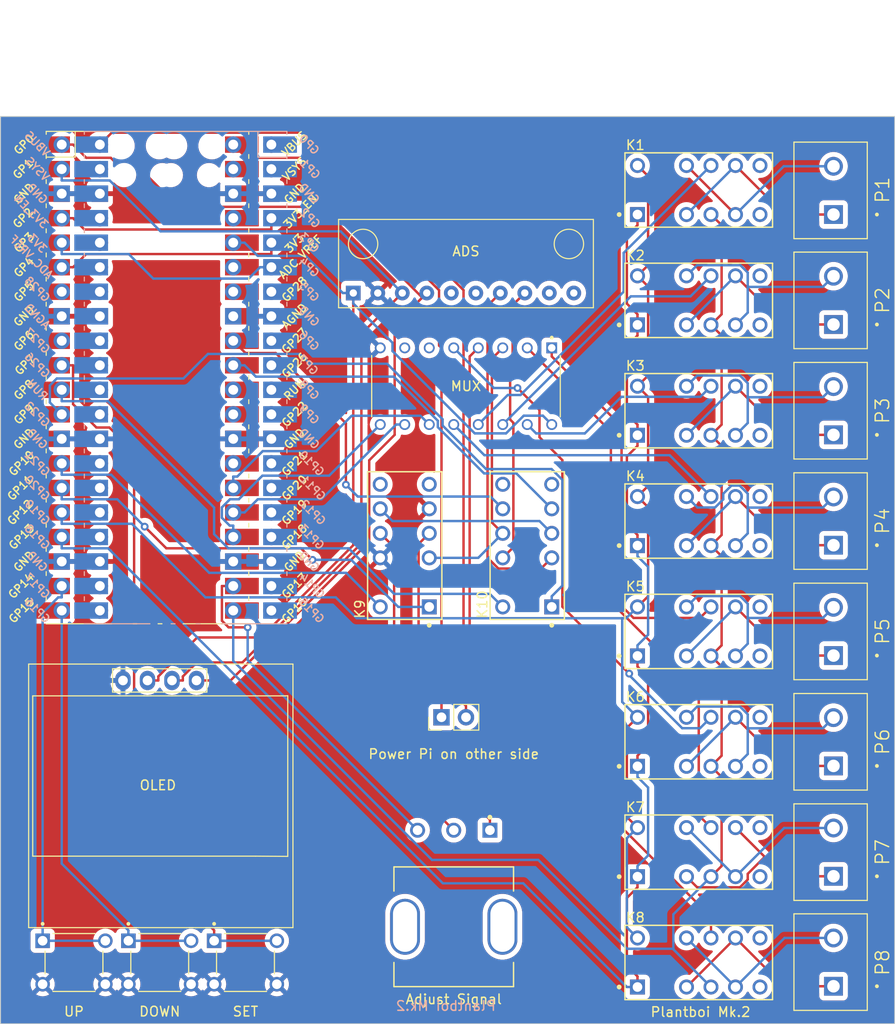
<source format=kicad_pcb>
(kicad_pcb (version 20221018) (generator pcbnew)
  (layers (0 "F.Cu" signal) (31 "B.Cu" signal) (34 "B.Paste" user) (35 "F.Paste" user) (36 "B.SilkS" user "B.Silkscreen") (37 "F.SilkS" user "F.Silkscreen") (38 "B.Mask" user) (39 "F.Mask" user) (44 "Edge.Cuts" user))
  (net 0 "")
  (net 1 "/3V")
  (net 2 "/GND")
  (net 3 "/SCL")
  (net 4 "/SDA")
  (net 7 "Net-(A1-A0)")
  (net 8 "Net-(A1-A1)")
  (net 9 "Net-(J1-Pad1)")
  (net 10 "Net-(J1-Pad2)")
  (net 11 "Net-(J2-Pad1)")
  (net 12 "Net-(J2-Pad2)")
  (net 13 "Net-(J3-Pad1)")
  (net 14 "Net-(J3-Pad2)")
  (net 15 "Net-(J4-Pad1)")
  (net 16 "Net-(J4-Pad2)")
  (net 17 "Net-(J5-Pad1)")
  (net 18 "Net-(J5-Pad2)")
  (net 19 "Net-(J6-Pad1)")
  (net 20 "Net-(J6-Pad2)")
  (net 21 "Net-(J7-Pad1)")
  (net 22 "Net-(J7-Pad2)")
  (net 23 "Net-(J8-Pad1)")
  (net 24 "Net-(J8-Pad2)")
  (net 25 "Net-(JP1-A)")
  (net 26 "Net-(JP1-B)")
  (net 27 "/R1M")
  (net 28 "/R1P")
  (net 29 "/PRBE")
  (net 32 "/R2M")
  (net 33 "/R2P")
  (net 48 "Net-(K9-Pad4)")
  (net 49 "Net-(K9-Pad9)")
  (net 54 "Net-(U2-GPIO14)")
  (net 55 "Net-(U2-GPIO15)")
  (net 58 "Net-(U1-GPIO2)")
  (net 59 "Net-(U1-GPIO3)")
  (net 60 "Net-(U1-GPIO4)")
  (net 90 "/POTP")
  (net 103 "Net-(U3-A0)")
  (net 104 "Net-(U3-A1)")
  (net 105 "Net-(U3-A2)")
  (net 106 "Net-(U3-A3)")
  (net 107 "Net-(U3-A4)")
  (net 108 "Net-(U3-A5)")
  (net 109 "Net-(U3-A6)")
  (net 110 "Net-(U3-A7)")
  (net 111 "Net-(U3-SIG)")
  (net 112 "Net-(K10-Pad4)")
  (net 113 "/R3M")
  (net 114 "/R3P")
  (net 115 "/ADC1")
  (net 116 "/ADC2")
  (net 119 "/MUX2")
  (net 120 "/MUX1")
  (net 121 "/MUX0")
  (net 122 "Net-(U2-GPIO7)")
  (footprint "TB002-500-02BE:CUI_TB002-500-02BE" (layer "F.Cu") (at 137.16 59.65 90)
    (fp_text reference "P2")
    (fp_text value "TB002-500-02BE")
  )
  (footprint "pot-1m:Bourns-PDB12-H4301-105BF-0" (layer "F.Cu") (at 97.79 122.03 180)
    (fp_text reference "Adjust Signal")
    (fp_text value "PDB12-H4301-105BF" hide)
  )
  (footprint "relay-dpdt-txs2-l-3v:Panasonic-TXS2-L-3V-MFG" (layer "F.Cu") (at 123.19 80.01)
    (fp_text reference "K4")
    (fp_text value "TXS2-L-3V" hide)
  )
  (footprint "relay-dpdt-txs2-l-3v:Panasonic-TXS2-L-3V-MFG" (layer "F.Cu") (at 123.19 102.87)
    (fp_text reference "K6")
    (fp_text value "TXS2-L-3V" hide)
  )
  (footprint "CD74HC4051E:DIP794W45P254L1969H508Q16" (layer "F.Cu") (at 99.06 66.04 -90)
    (fp_text reference "MUX")
    (fp_text value "CD74HC4051E")
  )
  (footprint "SSD1306:128x64OLED" (layer "F.Cu") (at 67.12 107.12)
    (fp_text reference "OLED")
    (fp_text value "SSD1306")
  )
  (footprint "TB002-500-02BE:CUI_TB002-500-02BE" (layer "F.Cu") (at 137.16 128.19 90)
    (fp_text reference "P8")
    (fp_text value "TB002-500-02BE")
  )
  (footprint "Connector_PinHeader_2.54mm:PinHeader_1x02_P2.54mm_Vertical" (layer "F.Cu") (at 96.52 100.33 90)
    (fp_text reference "Power Pi on other side")
    (fp_text value "Jumper_2_Open")
  )
  (footprint "relay-dpdt-txs2-l-3v:Panasonic-TXS2-L-3V-MFG" (layer "F.Cu") (at 123.19 68.58)
    (fp_text reference "K3")
    (fp_text value "TXS2-L-3V" hide)
  )
  (footprint "TB002-500-02BE:CUI_TB002-500-02BE" (layer "F.Cu") (at 137.16 105.37 90)
    (fp_text reference "P6")
    (fp_text value "TB002-500-02BE")
  )
  (footprint "relay-dpdt-txs2-l-3v:Panasonic-TXS2-L-3V-MFG" (layer "F.Cu") (at 123.19 57.15)
    (fp_text reference "K2")
    (fp_text value "TXS2-L-3V" hide)
  )
  (footprint "relay-dpdt-txs2-l-3v:Panasonic-TXS2-L-3V-MFG" (layer "F.Cu") (at 123.19 45.72)
    (fp_text reference "K1")
    (fp_text value "TXS2-L-3V" hide)
  )
  (footprint "MCU_RaspberryPi_and_Boards:RPi_Pico_SMD_TH_NOGVE" (layer "F.Cu") (at 66.04 65.146)
    (fp_text reference "U2" hide)
    (fp_text value "Pico sensor")
  )
  (footprint "TS02-66-120-BK-160-LCR-D:SW_TS02-66-120-BK-160-LCR-D" (layer "F.Cu") (at 58.42 125.73)
    (fp_text reference "UP")
    (fp_text value "TS02-66-120-BK-160-LCR-D")
  )
  (footprint "relay-dpdt-txs2-l-3v:Panasonic-TXS2-L-3V-MFG" (layer "F.Cu") (at 123.19 114.3)
    (fp_text reference "K7")
    (fp_text value "TXS2-L-3V" hide)
  )
  (footprint "TB002-500-02BE:CUI_TB002-500-02BE" (layer "F.Cu") (at 137.16 116.8 90)
    (fp_text reference "P7")
    (fp_text value "TB002-500-02BE")
  )
  (footprint "Charleslabs_Parts:ADC1115_ADC_Module" (layer "F.Cu") (at 87.376 56.388 90)
    (fp_text reference "ADS")
    (fp_text value "ADS1115_ADC_Module")
  )
  (footprint "TS02-66-120-BK-160-LCR-D:SW_TS02-66-120-BK-160-LCR-D" (layer "F.Cu") (at 67.31 125.73)
    (fp_text reference "DOWN")
    (fp_text value "TS02-66-120-BK-160-LCR-D")
  )
  (footprint "relay-dpdt-txs2-l-3v:Panasonic-TXS2-L-3V-MFG" (layer "F.Cu") (at 105.41 82.55 90)
    (fp_text reference "K10")
    (fp_text value "TXS2-L-3V" hide)
  )
  (footprint "TB002-500-02BE:CUI_TB002-500-02BE" (layer "F.Cu") (at 137.16 93.94 90)
    (fp_text reference "P5")
    (fp_text value "TB002-500-02BE")
  )
  (footprint "relay-dpdt-txs2-l-3v:Panasonic-TXS2-L-3V-MFG" (layer "F.Cu") (at 123.19 91.44)
    (fp_text reference "K5")
    (fp_text value "TXS2-L-3V" hide)
  )
  (footprint "relay-dpdt-txs2-l-3v:Panasonic-TXS2-L-3V-MFG" (layer "F.Cu") (at 123.19 125.73)
    (fp_text reference "K8")
    (fp_text value "TXS2-L-3V" hide)
  )
  (footprint "TB002-500-02BE:CUI_TB002-500-02BE" (layer "F.Cu") (at 137.16 71.08 90)
    (fp_text reference "P3")
    (fp_text value "TB002-500-02BE")
  )
  (footprint "TS02-66-120-BK-160-LCR-D:SW_TS02-66-120-BK-160-LCR-D" (layer "F.Cu") (at 76.2 125.73)
    (fp_text reference "SET")
    (fp_text value "TS02-66-120-BK-160-LCR-D")
  )
  (footprint "TB002-500-02BE:CUI_TB002-500-02BE" (layer "F.Cu") (at 137.16 48.26 90)
    (fp_text reference "P1")
    (fp_text value "TB002-500-02BE")
  )
  (footprint "TB002-500-02BE:CUI_TB002-500-02BE" (layer "F.Cu") (at 137.16 82.51 90)
    (fp_text reference "P4")
    (fp_text value "TB002-500-02BE")
  )
  (footprint "relay-dpdt-txs2-l-3v:Panasonic-TXS2-L-3V-MFG" (layer "F.Cu") (at 92.71 82.55 90)
    (fp_text reference "K9")
    (fp_text value "TXS2-L-3V" hide)
  )
  (footprint "MCU_RaspberryPi_and_Boards:RPi_Pico_SMD_TH_NOGVE" (layer "B.Cu") (at 69.992 65.146 180)
    (fp_text reference "U1" hide)
    (fp_text value "Pico influx")
  )
  (gr_rect (start 50.8 38.1) (end 143.51 132.08) (stroke (width 0.1)) (fill none) (layer "Edge.Cuts"))
  (gr_text "Plantboi Mk.2" (at 102.235 130.81) (layer "B.SilkS") (effects (font (size 1 1)) (justify left bottom mirror)))
  (gr_text "Plantboi Mk.2" (at 118.11 131.445) (layer "F.SilkS") (effects (font (size 1 1)) (justify left bottom)))
  (segment (start 77.8164 92.0637) (end 87.376 82.5041) (width 0.25) (layer "F.Cu") (net 1))
  (segment (start 71.1995 92.0637) (end 77.8164 92.0637) (width 0.25) (layer "F.Cu") (net 1))
  (segment (start 66.04 96.52) (end 67.1651 96.52) (width 0.25) (layer "F.Cu") (net 1))
  (segment (start 87.376 82.5041) (end 87.376 57.4751) (width 0.25) (layer "F.Cu") (net 1))
  (segment (start 67.1651 96.0981) (end 71.1995 92.0637) (width 0.25) (layer "F.Cu") (net 1))
  (segment (start 67.1651 96.52) (end 67.1651 96.0981) (width 0.25) (layer "F.Cu") (net 1))
  (segment (start 87.376 56.388) (end 87.376 57.4751) (width 0.25) (layer "F.Cu") (net 1))
  (segment (start 86.2889 56.388) (end 82.4417 52.5408) (width 0.25) (layer "B.Cu") (net 1))
  (segment (start 99.965 70.9261) (end 91.4401 62.4012) (width 0.25) (layer "B.Cu") (net 1))
  (segment (start 91.4401 62.4012) (end 91.4401 61.5392) (width 0.25) (layer "B.Cu") (net 1))
  (segment (start 77.4699 52.5408) (end 76.1051 51.176) (width 0.25) (layer "B.Cu") (net 1))
  (segment (start 105.0452 69.0939) (end 103.213 70.9261) (width 0.25) (layer "B.Cu") (net 1))
  (segment (start 87.376 56.388) (end 86.2889 56.388) (width 0.25) (layer "B.Cu") (net 1))
  (segment (start 74.93 51.176) (end 76.1051 51.176) (width 0.25) (layer "B.Cu") (net 1))
  (segment (start 82.4417 52.5408) (end 77.4699 52.5408) (width 0.25) (layer "B.Cu") (net 1))
  (segment (start 87.376 56.388) (end 87.376 57.4751) (width 0.25) (layer "B.Cu") (net 1))
  (segment (start 103.213 70.9261) (end 99.965 70.9261) (width 0.25) (layer "B.Cu") (net 1))
  (segment (start 107.95 70.01) (end 107.0339 69.0939) (width 0.25) (layer "B.Cu") (net 1))
  (segment (start 91.4401 61.5392) (end 87.376 57.4751) (width 0.25) (layer "B.Cu") (net 1))
  (segment (start 107.0339 69.0939) (end 105.0452 69.0939) (width 0.25) (layer "B.Cu") (net 1))
  (segment (start 71.1544 94.6543) (end 69.7051 96.1036) (width 0.25) (layer "F.Cu") (net 3))
  (segment (start 68.58 96.52) (end 69.7051 96.52) (width 0.25) (layer "F.Cu") (net 3))
  (segment (start 88.2168 60.6272) (end 88.2168 82.316) (width 0.25) (layer "F.Cu") (net 3))
  (segment (start 92.456 56.388) (end 88.2168 60.6272) (width 0.25) (layer "F.Cu") (net 3))
  (segment (start 75.8785 94.6543) (end 71.1544 94.6543) (width 0.25) (layer "F.Cu") (net 3))
  (segment (start 69.7051 96.1036) (end 69.7051 96.52) (width 0.25) (layer "F.Cu") (net 3))
  (segment (start 88.2168 82.316) (end 75.8785 94.6543) (width 0.25) (layer "F.Cu") (net 3))
  (segment (start 67.392 50.0008) (end 86.0688 50.0008) (width 0.25) (layer "B.Cu") (net 3))
  (segment (start 57.15 43.556) (end 57.15 44.7311) (width 0.25) (layer "B.Cu") (net 3))
  (segment (start 62.1223 44.7311) (end 67.392 50.0008) (width 0.25) (layer "B.Cu") (net 3))
  (segment (start 57.15 44.7311) (end 62.1223 44.7311) (width 0.25) (layer "B.Cu") (net 3))
  (segment (start 86.0688 50.0008) (end 92.456 56.388) (width 0.25) (layer "B.Cu") (net 3))
  (segment (start 94.5252 56.8588) (end 91.6652 59.7188) (width 0.25) (layer "F.Cu") (net 4))
  (segment (start 94.996 56.388) (end 94.5252 56.8588) (width 0.25) (layer "F.Cu") (net 4))
  (segment (start 69.2288 47.4609) (end 64.54145 42.77355) (width 0.25) (layer "F.Cu") (net 4))
  (segment (start 74.6537 96.52) (end 71.12 96.52) (width 0.25) (layer "F.Cu") (net 4))
  (segment (start 62.23 42.3808) (end 62.62275 42.77355) (width 0.25) (layer "F.Cu") (net 4))
  (segment (start 57.15 41.016) (end 58.3251 41.016) (width 0.25) (layer "F.Cu") (net 4))
  (segment (start 59.6899 42.3808) (end 58.3251 41.016) (width 0.25) (layer "F.Cu") (net 4))
  (segment (start 89.0277 82.146) (end 74.6537 96.52) (width 0.25) (layer "F.Cu") (net 4))
  (segment (start 85.1272 47.4609) (end 69.2288 47.4609) (width 0.25) (layer "F.Cu") (net 4))
  (segment (start 91.6652 71.077) (end 89.0277 73.7145) (width 0.25) (layer "F.Cu") (net 4))
  (segment (start 62.23 42.3808) (end 59.6899 42.3808) (width 0.25) (layer "F.Cu") (net 4))
  (segment (start 62.62275 42.77355) (end 64.54145 42.77355) (width 0.25) (layer "F.Cu") (net 4))
  (segment (start 94.5252 56.8588) (end 85.1272 47.4609) (width 0.25) (layer "F.Cu") (net 4))
  (segment (start 91.6652 59.7188) (end 91.6652 71.077) (width 0.25) (layer "F.Cu") (net 4))
  (segment (start 89.0277 73.7145) (end 89.0277 82.146) (width 0.25) (layer "F.Cu") (net 4))
  (segment (start 101.2952 57.7088) (end 101.2952 83.806) (width 0.25) (layer "F.Cu") (net 7))
  (segment (start 102.616 56.388) (end 101.2952 57.7088) (width 0.25) (layer "F.Cu") (net 7))
  (segment (start 102.4192 84.93) (end 106.84 84.93) (width 0.25) (layer "F.Cu") (net 7))
  (segment (start 106.84 84.93) (end 107.95 83.82) (width 0.25) (layer "F.Cu") (net 7))
  (segment (start 101.2952 83.806) (end 102.4192 84.93) (width 0.25) (layer "F.Cu") (net 7))
  (segment (start 103.6385 65.1291) (end 103.6385 69.4974) (width 0.25) (layer "F.Cu") (net 8))
  (segment (start 103.8984 57.6456) (end 103.8984 64.8692) (width 0.25) (layer "F.Cu") (net 8))
  (segment (start 103.8984 64.8692) (end 103.6385 65.1291) (width 0.25) (layer "F.Cu") (net 8))
  (segment (start 103.6385 69.4974) (end 103.9741 69.833) (width 0.25) (layer "F.Cu") (net 8))
  (segment (start 105.156 56.388) (end 103.8984 57.6456) (width 0.25) (layer "F.Cu") (net 8))
  (segment (start 103.9741 69.833) (end 103.9741 82.7159) (width 0.25) (layer "F.Cu") (net 8))
  (segment (start 103.9741 82.7159) (end 102.87 83.82) (width 0.25) (layer "F.Cu") (net 8))
  (segment (start 137.16 48.26) (end 132.08 48.26) (width 0.25) (layer "F.Cu") (net 9))
  (segment (start 132.08 48.26) (end 127 43.18) (width 0.25) (layer "F.Cu") (net 9))
  (segment (start 127 43.18) (end 121.92 48.26) (width 0.25) (layer "B.Cu") (net 9))
  (segment (start 121.92 43.18) (end 127 48.26) (width 0.25) (layer "F.Cu") (net 10))
  (segment (start 132 43.26) (end 127 48.26) (width 0.25) (layer "B.Cu") (net 10))
  (segment (start 137.16 43.26) (end 132 43.26) (width 0.25) (layer "B.Cu") (net 10))
  (segment (start 137.16 59.65) (end 132.04 59.65) (width 0.25) (layer "F.Cu") (net 11))
  (segment (start 132.04 59.65) (end 127 54.61) (width 0.25) (layer "F.Cu") (net 11))
  (segment (start 127 54.61) (end 121.92 59.69) (width 0.25) (layer "B.Cu") (net 11))
  (segment (start 128.27 55.7539) (end 128.27 54.2735) (width 0.25) (layer "B.Cu") (net 12))
  (segment (start 128.27 58.42) (end 128.27 55.7539) (width 0.25) (layer "B.Cu") (net 12))
  (segment (start 136.0561 55.7539) (end 128.27 55.7539) (width 0.25) (layer "B.Cu") (net 12))
  (segment (start 128.27 54.2735) (end 127.5049 53.5084) (width 0.25) (layer "B.Cu") (net 12))
  (segment (start 127 59.69) (end 128.27 58.42) (width 0.25) (layer "B.Cu") (net 12))
  (segment (start 127.5049 53.5084) (end 123.0216 53.5084) (width 0.25) (layer "B.Cu") (net 12))
  (segment (start 123.0216 53.5084) (end 121.92 54.61) (width 0.25) (layer "B.Cu") (net 12))
  (segment (start 137.16 54.65) (end 136.0561 55.7539) (width 0.25) (layer "B.Cu") (net 12))
  (segment (start 132.04 71.08) (end 127 66.04) (width 0.25) (layer "F.Cu") (net 13))
  (segment (start 137.16 71.08) (end 132.04 71.08) (width 0.25) (layer "F.Cu") (net 13))
  (segment (start 121.92 71.12) (end 127 66.04) (width 0.25) (layer "B.Cu") (net 13))
  (segment (start 127 71.12) (end 128.27 69.85) (width 0.25) (layer "B.Cu") (net 14))
  (segment (start 128.27 65.7357) (end 127.4651 64.9308) (width 0.25) (layer "B.Cu") (net 14))
  (segment (start 137.16 66.08) (end 136.0561 67.1839) (width 0.25) (layer "B.Cu") (net 14))
  (segment (start 128.27 67.1839) (end 128.27 65.7357) (width 0.25) (layer "B.Cu") (net 14))
  (segment (start 128.27 69.85) (end 128.27 67.1839) (width 0.25) (layer "B.Cu") (net 14))
  (segment (start 127.4651 64.9308) (end 123.0292 64.9308) (width 0.25) (layer "B.Cu") (net 14))
  (segment (start 136.0561 67.1839) (end 128.27 67.1839) (width 0.25) (layer "B.Cu") (net 14))
  (segment (start 123.0292 64.9308) (end 121.92 66.04) (width 0.25) (layer "B.Cu") (net 14))
  (segment (start 137.16 82.51) (end 132.04 82.51) (width 0.25) (layer "F.Cu") (net 15))
  (segment (start 132.04 82.51) (end 127 77.47) (width 0.25) (layer "F.Cu") (net 15))
  (segment (start 121.92 82.55) (end 127 77.47) (width 0.25) (layer "B.Cu") (net 15))
  (segment (start 126.5804 76.3301) (end 125.73 77.1805) (width 0.25) (layer "B.Cu") (net 16))
  (segment (start 127.4289 76.3301) (end 126.5804 76.3301) (width 0.25) (layer "B.Cu") (net 16))
  (segment (start 125.73 77.1805) (end 125.73 77.7572) (width 0.25) (layer "B.Cu") (net 16))
  (segment (start 128.27 77.1712) (end 127.4289 76.3301) (width 0.25) (layer "B.Cu") (net 16))
  (segment (start 128.27 81.28) (end 128.27 78.6139) (width 0.25) (layer "B.Cu") (net 16))
  (segment (start 128.27 78.6139) (end 128.27 77.1712) (width 0.25) (layer "B.Cu") (net 16))
  (segment (start 127 82.55) (end 128.27 81.28) (width 0.25) (layer "B.Cu") (net 16))
  (segment (start 125.73 77.7572) (end 124.8837 78.6035) (width 0.25) (layer "B.Cu") (net 16))
  (segment (start 123.0535 78.6035) (end 121.92 77.47) (width 0.25) (layer "B.Cu") (net 16))
  (segment (start 124.8837 78.6035) (end 123.0535 78.6035) (width 0.25) (layer "B.Cu") (net 16))
  (segment (start 137.16 77.51) (end 136.0561 78.6139) (width 0.25) (layer "B.Cu") (net 16))
  (segment (start 136.0561 78.6139) (end 128.27 78.6139) (width 0.25) (layer "B.Cu") (net 16))
  (segment (start 132.04 93.94) (end 127 88.9) (width 0.25) (layer "F.Cu") (net 17))
  (segment (start 137.16 93.94) (end 132.04 93.94) (width 0.25) (layer "F.Cu") (net 17))
  (segment (start 121.92 93.98) (end 127 88.9) (width 0.25) (layer "B.Cu") (net 17))
  (segment (start 127 93.98) (end 128.27 92.71) (width 0.25) (layer "B.Cu") (net 18))
  (segment (start 128.27 92.71) (end 128.27 90.0439) (width 0.25) (layer "B.Cu") (net 18))
  (segment (start 128.27 88.5739) (end 127.4788 87.7827) (width 0.25) (layer "B.Cu") (net 18))
  (segment (start 128.27 90.0439) (end 128.27 88.5739) (width 0.25) (layer "B.Cu") (net 18))
  (segment (start 137.16 88.94) (end 136.0561 90.0439) (width 0.25) (layer "B.Cu") (net 18))
  (segment (start 127.4788 87.7827) (end 123.0373 87.7827) (width 0.25) (layer "B.Cu") (net 18))
  (segment (start 123.0373 87.7827) (end 121.92 88.9) (width 0.25) (layer "B.Cu") (net 18))
  (segment (start 136.0561 90.0439) (end 128.27 90.0439) (width 0.25) (layer "B.Cu") (net 18))
  (segment (start 137.16 105.37) (end 132.04 105.37) (width 0.25) (layer "F.Cu") (net 19))
  (segment (start 132.04 105.37) (end 127 100.33) (width 0.25) (layer "F.Cu") (net 19))
  (segment (start 121.92 105.41) (end 127 100.33) (width 0.25) (layer "B.Cu") (net 19))
  (segment (start 128.27 101.4739) (end 128.27 100.0257) (width 0.25) (layer "B.Cu") (net 20))
  (segment (start 123.0292 99.2208) (end 121.92 100.33) (width 0.25) (layer "B.Cu") (net 20))
  (segment (start 137.16 100.37) (end 136.0561 101.4739) (width 0.25) (layer "B.Cu") (net 20))
  (segment (start 136.0561 101.4739) (end 128.27 101.4739) (width 0.25) (layer "B.Cu") (net 20))
  (segment (start 128.27 104.14) (end 128.27 101.4739) (width 0.25) (layer "B.Cu") (net 20))
  (segment (start 127 105.41) (end 128.27 104.14) (width 0.25) (layer "B.Cu") (net 20))
  (segment (start 127.4651 99.2208) (end 123.0292 99.2208) (width 0.25) (layer "B.Cu") (net 20))
  (segment (start 128.27 100.0257) (end 127.4651 99.2208) (width 0.25) (layer "B.Cu") (net 20))
  (segment (start 130.0297 114.7897) (end 127 111.76) (width 0.25) (layer "F.Cu") (net 21))
  (segment (start 128.27 117.1366) (end 127.4662 117.9404) (width 0.25) (layer "F.Cu") (net 21))
  (segment (start 123.0204 117.9404) (end 121.92 116.84) (width 0.25) (layer "F.Cu") (net 21))
  (segment (start 128.27 116.5494) (end 128.27 117.1366) (width 0.25) (layer "F.Cu") (net 21))
  (segment (start 130.0297 114.7897) (end 128.27 116.5494) (width 0.25) (layer "F.Cu") (net 21))
  (segment (start 132.04 116.8) (end 130.0297 114.7897) (width 0.25) (layer "F.Cu") (net 21))
  (segment (start 137.16 116.8) (end 132.04 116.8) (width 0.25) (layer "F.Cu") (net 21))
  (segment (start 127.4662 117.9404) (end 123.0204 117.9404) (width 0.25) (layer "F.Cu") (net 21))
  (segment (start 137.16 111.8) (end 132.04 111.8) (width 0.25) (layer "B.Cu") (net 22))
  (segment (start 132.04 111.8) (end 127 116.84) (width 0.25) (layer "B.Cu") (net 22))
  (segment (start 121.92 111.76) (end 127 116.84) (width 0.25) (layer "B.Cu") (net 22))
  (segment (start 137.16 128.19) (end 132 128.19) (width 0.25) (layer "F.Cu") (net 23))
  (segment (start 121.92 128.27) (end 127 123.19) (width 0.25) (layer "F.Cu") (net 23))
  (segment (start 132 128.19) (end 127 123.19) (width 0.25) (layer "F.Cu") (net 23))
  (segment (start 137.16 123.19) (end 132.08 123.19) (width 0.25) (layer "B.Cu") (net 24))
  (segment (start 132.08 123.19) (end 127 128.27) (width 0.25) (layer "B.Cu") (net 24))
  (segment (start 127 128.27) (end 121.92 123.19) (width 0.25) (layer "B.Cu") (net 24))
  (segment (start 96.266 56.0958) (end 82.551 42.3808) (width 0.25) (layer "F.Cu") (net 25))
  (segment (start 82.551 42.3808) (end 76.2948 42.3808) (width 0.25) (layer "F.Cu") (net 25))
  (segment (start 96.266 61.827) (end 96.266 56.0958) (width 0.25) (layer "F.Cu") (net 25))
  (segment (start 76.2948 42.3808) (end 74.93 41.016) (width 0.25) (layer "F.Cu") (net 25))
  (segment (start 96.52 62.081) (end 96.266 61.827) (width 0.25) (layer "F.Cu") (net 25))
  (segment (start 96.52 100.33) (end 96.52 62.081) (width 0.25) (layer "F.Cu") (net 25))
  (segment (start 62.3384 39.7796) (end 61.102 41.016) (width 0.25) (layer "F.Cu") (net 26))
  (segment (start 99.06 100.33) (end 99.06 99.1549) (width 0.25) (layer "F.Cu") (net 26))
  (segment (start 98.806 98.9009) (end 98.806 56.0958) (width 0.25) (layer "F.Cu") (net 26))
  (segment (start 99.06 99.1549) (end 98.806 98.9009) (width 0.25) (layer "F.Cu") (net 26))
  (segment (start 98.806 56.0958) (end 82.4898 39.7796) (width 0.25) (layer "F.Cu") (net 26))
  (segment (start 82.4898 39.7796) (end 62.3384 39.7796) (width 0.25) (layer "F.Cu") (net 26))
  (segment (start 116.84 93.98) (end 116.84 95.0801) (width 0.25) (layer "F.Cu") (net 27))
  (segment (start 117.9401 103.2098) (end 116.84 104.3099) (width 0.25) (layer "F.Cu") (net 27))
  (segment (start 116.84 70.0199) (end 115.7399 68.9198) (width 0.25) (layer "F.Cu") (net 27))
  (segment (start 116.84 82.55) (end 116.84 81.4499) (width 0.25) (layer "F.Cu") (net 27))
  (segment (start 116.84 71.12) (end 116.84 72.2201) (width 0.25) (layer "F.Cu") (net 27))
  (segment (start 115.7399 126.0698) (end 115.7399 119.0402) (width 0.25) (layer "F.Cu") (net 27))
  (segment (start 115.7399 68.9198) (end 115.7399 61.8902) (width 0.25) (layer "F.Cu") (net 27))
  (segment (start 116.84 48.26) (end 116.84 49.3601) (width 0.25) (layer "F.Cu") (net 27))
  (segment (start 115.7399 61.8902) (end 116.84 60.7901) (width 0.25) (layer "F.Cu") (net 27))
  (segment (start 115.7399 119.0402) (end 116.84 117.9401) (width 0.25) (layer "F.Cu") (net 27))
  (segment (start 117.9401 96.1802) (end 117.9401 103.2098) (width 0.25) (layer "F.Cu") (net 27))
  (segment (start 116.84 59.69) (end 116.84 58.5899) (width 0.25) (layer "F.Cu") (net 27))
  (segment (start 116.84 71.12) (end 116.84 70.0199) (width 0.25) (layer "F.Cu") (net 27))
  (segment (start 115.7399 80.3498) (end 115.7399 73.3202) (width 0.25) (layer "F.Cu") (net 27))
  (segment (start 116.84 81.4499) (end 115.7399 80.3498) (width 0.25) (layer "F.Cu") (net 27))
  (segment (start 116.84 116.84) (end 116.84 117.9401) (width 0.25) (layer "F.Cu") (net 27))
  (segment (start 116.84 127.1699) (end 115.7399 126.0698) (width 0.25) (layer "F.Cu") (net 27))
  (segment (start 115.7399 57.4898) (end 116.84 58.5899) (width 0.25) (layer "F.Cu") (net 27))
  (segment (start 116.84 128.27) (end 116.84 127.1699) (width 0.25) (layer "F.Cu") (net 27))
  (segment (start 116.84 95.0801) (end 117.9401 96.1802) (width 0.25) (layer "F.Cu") (net 27))
  (segment (start 115.7399 50.4602) (end 115.7399 57.4898) (width 0.25) (layer "F.Cu") (net 27))
  (segment (start 116.84 49.3601) (end 115.7399 50.4602) (width 0.25) (layer "F.Cu") (net 27))
  (segment (start 115.7399 73.3202) (end 116.84 72.2201) (width 0.25) (layer "F.Cu") (net 27))
  (segment (start 116.84 59.69) (end 116.84 60.7901) (width 0.25) (layer "F.Cu") (net 27))
  (segment (start 116.84 105.41) (end 116.84 104.3099) (width 0.25) (layer "F.Cu") (net 27))
  (segment (start 104.997 117.5271) (end 115.7399 128.27) (width 0.25) (layer "B.Cu") (net 27))
  (segment (start 117.9401 107.6102) (end 117.9401 114.6398) (width 0.25) (layer "B.Cu") (net 27))
  (segment (start 57.15 81.656) (end 57.15 82.8311) (width 0.25) (layer "B.Cu") (net 27))
  (segment (start 116.84 116.84) (end 116.84 115.7399) (width 0.25) (layer "B.Cu") (net 27))
  (segment (start 116.84 83.6501) (end 117.9401 84.7502) (width 0.25) (layer "B.Cu") (net 27))
  (segment (start 117.9401 91.7798) (end 116.84 92.8799) (width 0.25) (layer "B.Cu") (net 27))
  (segment (start 61.9644 82.8311) (end 96.6604 117.5271) (width 0.25) (layer "B.Cu") (net 27))
  (segment (start 57.15 82.8311) (end 61.9644 82.8311) (width 0.25) (layer "B.Cu") (net 27))
  (segment (start 116.84 128.27) (end 115.7399 128.27) (width 0.25) (layer "B.Cu") (net 27))
  (segment (start 116.84 82.55) (end 116.84 83.6501) (width 0.25) (layer "B.Cu") (net 27))
  (segment (start 117.9401 84.7502) (end 117.9401 91.7798) (width 0.25) (layer "B.Cu") (net 27))
  (segment (start 116.84 106.5101) (end 117.9401 107.6102) (width 0.25) (layer "B.Cu") (net 27))
  (segment (start 117.9401 114.6398) (end 116.84 115.7399) (width 0.25) (layer "B.Cu") (net 27))
  (segment (start 116.84 105.41) (end 116.84 106.5101) (width 0.25) (layer "B.Cu") (net 27))
  (segment (start 116.84 93.98) (end 116.84 92.8799) (width 0.25) (layer "B.Cu") (net 27))
  (segment (start 96.6604 117.5271) (end 104.997 117.5271) (width 0.25) (layer "B.Cu") (net 27))
  (segment (start 117.9402 67.1402) (end 117.9402 76.3698) (width 0.25) (layer "F.Cu") (net 28))
  (segment (start 116.84 43.18) (end 117.9402 44.2802) (width 0.25) (layer "F.Cu") (net 28))
  (segment (start 115.7398 101.4302) (end 115.7398 110.6598) (width 0.25) (layer "F.Cu") (net 28))
  (segment (start 117.9402 44.2802) (end 117.9402 53.5098) (width 0.25) (layer "F.Cu") (net 28))
  (segment (start 117.9402 64.9398) (end 117.9402 55.7102) (width 0.25) (layer "F.Cu") (net 28))
  (segment (start 117.9402 53.5098) (end 116.84 54.61) (width 0.25) (layer "F.Cu") (net 28))
  (segment (start 117.9402 87.7998) (end 117.9402 78.5702) (width 0.25) (layer "F.Cu") (net 28))
  (segment (start 117.9402 78.5702) (end 116.84 77.47) (width 0.25) (layer "F.Cu") (net 28))
  (segment (start 116.84 88.9) (end 117.9402 87.7998) (width 0.25) (layer "F.Cu") (net 28))
  (segment (start 116.84 66.04) (end 117.9402 67.1402) (width 0.25) (layer "F.Cu") (net 28))
  (segment (start 115.7398 110.6598) (end 116.84 111.76) (width 0.25) (layer "F.Cu") (net 28))
  (segment (start 117.9402 55.7102) (end 116.84 54.61) (width 0.25) (layer "F.Cu") (net 28))
  (segment (start 116.84 100.33) (end 115.7398 101.4302) (width 0.25) (layer "F.Cu") (net 28))
  (segment (start 117.9402 76.3698) (end 116.84 77.47) (width 0.25) (layer "F.Cu") (net 28))
  (segment (start 116.84 66.04) (end 117.9402 64.9398) (width 0.25) (layer "F.Cu") (net 28))
  (segment (start 57.15 80.2911) (end 64.427 80.2911) (width 0.25) (layer "B.Cu") (net 28))
  (segment (start 87.7239 90.073) (end 115.2541 90.073) (width 0.25) (layer "B.Cu") (net 28))
  (segment (start 57.15 79.116) (end 57.15 80.2911) (width 0.25) (layer "B.Cu") (net 28))
  (segment (start 115.7398 122.0898) (end 115.7398 112.8602) (width 0.25) (layer "B.Cu") (net 28))
  (segment (start 116.84 123.19) (end 115.7398 122.0898) (width 0.25) (layer "B.Cu") (net 28))
  (segment (start 85.5621 87.9112) (end 87.7239 90.073) (width 0.25) (layer "B.Cu") (net 28))
  (segment (start 115.667 90.073) (end 116.84 88.9) (width 0.25) (layer "B.Cu") (net 28))
  (segment (start 115.7398 112.8602) (end 116.84 111.76) (width 0.25) (layer "B.Cu") (net 28))
  (segment (start 64.427 80.2911) (end 72.0471 87.9112) (width 0.25) (layer "B.Cu") (net 28))
  (segment (start 115.2541 90.073) (end 115.667 90.073) (width 0.25) (layer "B.Cu") (net 28))
  (segment (start 115.2541 90.073) (end 115.2541 98.7441) (width 0.25) (layer "B.Cu") (net 28))
  (segment (start 72.0471 87.9112) (end 85.5621 87.9112) (width 0.25) (layer "B.Cu") (net 28))
  (segment (start 115.2541 98.7441) (end 116.84 100.33) (width 0.25) (layer "B.Cu") (net 28))
  (segment (start 125.5602 104.3098) (end 125.5602 95.0802) (width 0.25) (layer "F.Cu") (net 29))
  (segment (start 124.46 93.98) (end 125.5602 92.8798) (width 0.25) (layer "F.Cu") (net 29))
  (segment (start 124.46 71.12) (end 125.5602 70.0198) (width 0.25) (layer "F.Cu") (net 29))
  (segment (start 124.46 82.55) (end 125.5602 81.4498) (width 0.25) (layer "F.Cu") (net 29))
  (segment (start 125.5602 72.2202) (end 124.46 71.12) (width 0.25) (layer "F.Cu") (net 29))
  (segment (start 125.5602 83.6502) (end 124.46 82.55) (width 0.25) (layer "F.Cu") (net 29))
  (segment (start 125.5602 70.0198) (end 125.5602 60.7902) (width 0.25) (layer "F.Cu") (net 29))
  (segment (start 124.46 116.84) (end 125.5602 115.7398) (width 0.25) (layer "F.Cu") (net 29))
  (segment (start 125.5602 95.0802) (end 124.46 93.98) (width 0.25) (layer "F.Cu") (net 29))
  (segment (start 125.5602 58.5898) (end 124.46 59.69) (width 0.25) (layer "F.Cu") (net 29))
  (segment (start 125.5602 92.8798) (end 125.5602 83.6502) (width 0.25) (layer "F.Cu") (net 29))
  (segment (start 125.5602 81.4498) (end 125.5602 72.2202) (width 0.25) (layer "F.Cu") (net 29))
  (segment (start 125.5602 49.3602) (end 125.5602 58.5898) (width 0.25) (layer "F.Cu") (net 29))
  (segment (start 125.5602 60.7902) (end 124.46 59.69) (width 0.25) (layer "F.Cu") (net 29))
  (segment (start 124.46 105.41) (end 125.5602 104.3098) (width 0.25) (layer "F.Cu") (net 29))
  (segment (start 125.5602 115.7398) (end 125.5602 106.5102) (width 0.25) (layer "F.Cu") (net 29))
  (segment (start 125.5602 106.5102) (end 124.46 105.41) (width 0.25) (layer "F.Cu") (net 29))
  (segment (start 124.46 48.26) (end 125.5602 49.3602) (width 0.25) (layer "F.Cu") (net 29))
  (segment (start 115.7582 124.3082) (end 120.5548 124.3082) (width 0.25) (layer "B.Cu") (net 29))
  (segment (start 74.93 89.276) (end 74.93 94.5024) (width 0.25) (layer "B.Cu") (net 29))
  (segment (start 74.93 94.5024) (end 95.5311 115.1035) (width 0.25) (layer "B.Cu") (net 29))
  (segment (start 120.5548 120.7452) (end 120.5548 124.3082) (width 0.25) (layer "B.Cu") (net 29))
  (segment (start 124.46 116.84) (end 120.5548 120.7452) (width 0.25) (layer "B.Cu") (net 29))
  (segment (start 120.5548 124.3082) (end 120.5548 124.3648) (width 0.25) (layer "B.Cu") (net 29))
  (segment (start 120.5548 124.3648) (end 124.46 128.27) (width 0.25) (layer "B.Cu") (net 29))
  (segment (start 95.5311 115.1035) (end 106.5535 115.1035) (width 0.25) (layer "B.Cu") (net 29))
  (segment (start 106.5535 115.1035) (end 115.7582 124.3082) (width 0.25) (layer "B.Cu") (net 29))
  (segment (start 65.7479 80.5866) (end 67.9925 82.8312) (width 0.25) (layer "F.Cu") (net 32))
  (segment (start 67.9925 82.8312) (end 81.9505 82.8312) (width 0.25) (layer "F.Cu") (net 32))
  (segment (start 81.9505 82.8312) (end 83.1421 84.0228) (width 0.25) (layer "F.Cu") (net 32))
  (via (at 65.7479 80.5866) (size 0.8) (drill 0.4) (layers "F.Cu" "B.Cu") (net 32))
  (via (at 83.1421 84.0228) (size 0.8) (drill 0.4) (layers "F.Cu" "B.Cu") (net 32))
  (segment (start 62.9124 77.7511) (end 65.7479 80.5866) (width 0.25) (layer "B.Cu") (net 32))
  (segment (start 57.15 77.7511) (end 62.9124 77.7511) (width 0.25) (layer "B.Cu") (net 32))
  (segment (start 57.15 76.576) (end 57.15 77.7511) (width 0.25) (layer "B.Cu") (net 32))
  (segment (start 83.1421 84.0228) (end 87.1617 84.0228) (width 0.25) (layer "B.Cu") (net 32))
  (segment (start 92.0389 88.9) (end 95.25 88.9) (width 0.25) (layer "B.Cu") (net 32))
  (segment (start 87.1617 84.0228) (end 92.0389 88.9) (width 0.25) (layer "B.Cu") (net 32))
  (segment (start 72.4375 85.3712) (end 62.2774 75.2111) (width 0.25) (layer "B.Cu") (net 33))
  (segment (start 86.6412 85.3712) (end 72.4375 85.3712) (width 0.25) (layer "B.Cu") (net 33))
  (segment (start 62.2774 75.2111) (end 57.15 75.2111) (width 0.25) (layer "B.Cu") (net 33))
  (segment (start 57.15 74.036) (end 57.15 75.2111) (width 0.25) (layer "B.Cu") (net 33))
  (segment (start 90.17 88.9) (end 86.6412 85.3712) (width 0.25) (layer "B.Cu") (net 33))
  (segment (start 94.1464 94.4012) (end 94.1464 82.3836) (width 0.25) (layer "F.Cu") (net 48))
  (segment (start 94.3449 94.5997) (end 94.1464 94.4012) (width 0.25) (layer "F.Cu") (net 48))
  (segment (start 101.54 112.03) (end 101.54 110.9299) (width 0.25) (layer "F.Cu") (net 48))
  (segment (start 94.3449 103.7348) (end 94.3449 94.5997) (width 0.25) (layer "F.Cu") (net 48))
  (segment (start 94.1464 82.3836) (end 95.25 81.28) (width 0.25) (layer "F.Cu") (net 48))
  (segment (start 101.54 110.9299) (end 94.3449 103.7348) (width 0.25) (layer "F.Cu") (net 48))
  (segment (start 91.6098 105.8498) (end 91.6098 82.7198) (width 0.25) (layer "F.Cu") (net 49))
  (segment (start 91.6098 82.7198) (end 90.17 81.28) (width 0.25) (layer "F.Cu") (net 49))
  (segment (start 97.79 112.03) (end 91.6098 105.8498) (width 0.25) (layer "F.Cu") (net 49))
  (segment (start 61.67 123.48) (end 55.17 123.48) (width 0.25) (layer "B.Cu") (net 54))
  (segment (start 57.15 86.736) (end 57.15 87.9111) (width 0.25) (layer "B.Cu") (net 54))
  (segment (start 55.17 89.5239) (end 55.17 123.48) (width 0.25) (layer "B.Cu") (net 54))
  (segment (start 56.7828 87.9111) (end 55.17 89.5239) (width 0.25) (layer "B.Cu") (net 54))
  (segment (start 57.15 87.9111) (end 56.7828 87.9111) (width 0.25) (layer "B.Cu") (net 54))
  (segment (start 64.06 123.48) (end 64.06 122.4009) (width 0.25) (layer "B.Cu") (net 55))
  (segment (start 57.15 115.4909) (end 64.06 122.4009) (width 0.25) (layer "B.Cu") (net 55))
  (segment (start 57.15 89.276) (end 57.15 115.4909) (width 0.25) (layer "B.Cu") (net 55))
  (segment (start 70.56 123.48) (end 64.06 123.48) (width 0.25) (layer "B.Cu") (net 55))
  (segment (start 78.882 49.8111) (end 59.5002 49.8111) (width 0.25) (layer "F.Cu") (net 58))
  (segment (start 78.882 48.636) (end 78.882 49.8111) (width 0.25) (layer "F.Cu") (net 58))
  (segment (start 57.15 48.636) (end 58.3251 48.636) (width 0.25) (layer "F.Cu") (net 58))
  (segment (start 59.5002 49.8111) (end 58.3251 48.636) (width 0.25) (layer "F.Cu") (net 58))
  (segment (start 58.3251 53.716) (end 59.69 52.3511) (width 0.25) (layer "F.Cu") (net 59))
  (segment (start 78.882 51.176) (end 78.882 52.3511) (width 0.25) (layer "F.Cu") (net 59))
  (segment (start 57.15 53.716) (end 58.3251 53.716) (width 0.25) (layer "F.Cu") (net 59))
  (segment (start 59.69 52.3511) (end 78.882 52.3511) (width 0.25) (layer "F.Cu") (net 59))
  (segment (start 77.7069 53.716) (end 76.5269 54.896) (width 0.25) (layer "B.Cu") (net 60))
  (segment (start 64.0932 52.3511) (end 57.15 52.3511) (width 0.25) (layer "B.Cu") (net 60))
  (segment (start 57.15 51.176) (end 57.15 52.3511) (width 0.25) (layer "B.Cu") (net 60))
  (segment (start 78.882 53.716) (end 77.7069 53.716) (width 0.25) (layer "B.Cu") (net 60))
  (segment (start 76.5269 54.896) (end 66.6381 54.896) (width 0.25) (layer "B.Cu") (net 60))
  (segment (start 66.6381 54.896) (end 64.0932 52.3511) (width 0.25) (layer "B.Cu") (net 60))
  (segment (start 74.4444 91.0151) (end 73.7549 90.3256) (width 0.25) (layer "F.Cu") (net 90))
  (segment (start 73.7549 90.3256) (end 73.7549 86.736) (width 0.25) (layer "F.Cu") (net 90))
  (segment (start 74.93 86.736) (end 73.7549 86.736) (width 0.25) (layer "F.Cu") (net 90))
  (segment (start 76.4271 91.0151) (end 74.4444 91.0151) (width 0.25) (layer "F.Cu") (net 90))
  (via (at 76.4271 91.0151) (size 0.8) (drill 0.4) (layers "F.Cu" "B.Cu") (net 90))
  (segment (start 94.04 112.03) (end 76.4271 94.4171) (width 0.25) (layer "B.Cu") (net 90))
  (segment (start 76.4271 94.4171) (end 76.4271 91.0151) (width 0.25) (layer "B.Cu") (net 90))
  (segment (start 104.7089 66.9527) (end 115.409 56.2526) (width 0.25) (layer "B.Cu") (net 103))
  (segment (start 100.33 70.01) (end 103.3873 66.9527) (width 0.25) (layer "B.Cu") (net 103))
  (segment (start 103.3873 66.9527) (end 104.7089 66.9527) (width 0.25) (layer "B.Cu") (net 103))
  (segment (start 115.409 56.2526) (end 115.409 52.231) (width 0.25) (layer "B.Cu") (net 103))
  (segment (start 115.409 52.231) (end 124.46 43.18) (width 0.25) (layer "B.Cu") (net 103))
  (segment (start 116.1454 56.7346) (end 122.3354 56.7346) (width 0.25) (layer "B.Cu") (net 104))
  (segment (start 122.3354 56.7346) (end 124.46 54.61) (width 0.25) (layer "B.Cu") (net 104))
  (segment (start 102.87 70.01) (end 116.1454 56.7346) (width 0.25) (layer "B.Cu") (net 104))
  (segment (start 111.3796 70.9302) (end 115.1696 67.1402) (width 0.25) (layer "B.Cu") (net 105))
  (segment (start 105.41 70.01) (end 106.3302 70.9302) (width 0.25) (layer "B.Cu") (net 105))
  (segment (start 123.3598 67.1402) (end 124.46 66.04) (width 0.25) (layer "B.Cu") (net 105))
  (segment (start 106.3302 70.9302) (end 111.3796 70.9302) (width 0.25) (layer "B.Cu") (net 105))
  (segment (start 115.1696 67.1402) (end 123.3598 67.1402) (width 0.25) (layer "B.Cu") (net 105))
  (segment (start 120.1776 73.1876) (end 100.9676 73.1876) (width 0.25) (layer "B.Cu") (net 106))
  (segment (start 124.46 77.47) (end 120.1776 73.1876) (width 0.25) (layer "B.Cu") (net 106))
  (segment (start 100.9676 73.1876) (end 97.79 70.01) (width 0.25) (layer "B.Cu") (net 106))
  (segment (start 107.95 62.07) (end 107.95 62.9601) (width 0.25) (layer "F.Cu") (net 107))
  (segment (start 123.3191 90.0409) (end 124.46 88.9) (width 0.25) (layer "F.Cu") (net 107))
  (segment (start 107.95 62.9601) (end 115.1871 70.1972) (width 0.25) (layer "F.Cu") (net 107))
  (segment (start 115.1871 88.8029) (end 116.4251 90.0409) (width 0.25) (layer "F.Cu") (net 107))
  (segment (start 116.4251 90.0409) (end 123.3191 90.0409) (width 0.25) (layer "F.Cu") (net 107))
  (segment (start 115.1871 70.1972) (end 115.1871 88.8029) (width 0.25) (layer "F.Cu") (net 107))
  (segment (start 109.0502 88.8796) (end 115.9792 95.8086) (width 0.25) (layer "F.Cu") (net 108))
  (segment (start 106.68 71.3253) (end 109.0502 73.6955) (width 0.25) (layer "F.Cu") (net 108))
  (segment (start 106.68 68.5092) (end 106.68 71.3253) (width 0.25) (layer "F.Cu") (net 108))
  (segment (start 104.3984 66.2276) (end 106.68 68.5092) (width 0.25) (layer "F.Cu") (net 108))
  (segment (start 109.0502 73.6955) (end 109.0502 88.8796) (width 0.25) (layer "F.Cu") (net 108))
  (via (at 104.3984 66.2276) (size 0.8) (drill 0.4) (layers "F.Cu" "B.Cu") (net 108))
  (via (at 115.9792 95.8086) (size 0.8) (drill 0.4) (layers "F.Cu" "B.Cu") (net 108))
  (segment (start 123.3253 101.4647) (end 124.46 100.33) (width 0.25) (layer "B.Cu") (net 108))
  (segment (start 121.4761 101.4647) (end 123.3253 101.4647) (width 0.25) (layer "B.Cu") (net 108))
  (segment (start 115.9792 95.9678) (end 121.4761 101.4647) (width 0.25) (layer "B.Cu") (net 108))
  (segment (start 101.9476 66.2276) (end 104.3984 66.2276) (width 0.25) (layer "B.Cu") (net 108))
  (segment (start 115.9792 95.8086) (end 115.9792 95.9678) (width 0.25) (layer "B.Cu") (net 108))
  (segment (start 97.79 62.07) (end 101.9476 66.2276) (width 0.25) (layer "B.Cu") (net 108))
  (segment (start 114.0796 88.3944) (end 123.19 97.5048) (width 0.25) (layer "F.Cu") (net 109))
  (segment (start 114.0796 70.7396) (end 114.0796 88.3944) (width 0.25) (layer "F.Cu") (net 109))
  (segment (start 105.41 62.07) (end 114.0796 70.7396) (width 0.25) (layer "F.Cu") (net 109))
  (segment (start 123.19 110.49) (end 124.46 111.76) (width 0.25) (layer "F.Cu") (net 109))
  (segment (start 123.19 97.5048) (end 123.19 110.49) (width 0.25) (layer "F.Cu") (net 109))
  (segment (start 99.4398 62.9602) (end 99.4398 95.9877) (width 0.25) (layer "F.Cu") (net 110))
  (segment (start 100.33 62.07) (end 99.4398 62.9602) (width 0.25) (layer "F.Cu") (net 110))
  (segment (start 99.4398 95.9877) (end 124.46 121.0079) (width 0.25) (layer "F.Cu") (net 110))
  (segment (start 124.46 121.0079) (end 124.46 123.19) (width 0.25) (layer "F.Cu") (net 110))
  (segment (start 101.7454 63.1946) (end 101.7454 80.1554) (width 0.25) (layer "F.Cu") (net 111))
  (segment (start 102.87 62.07) (end 101.7454 63.1946) (width 0.25) (layer "F.Cu") (net 111))
  (segment (start 101.7454 80.1554) (end 102.87 81.28) (width 0.25) (layer "F.Cu") (net 111))
  (segment (start 100.33 83.82) (end 95.25 83.82) (width 0.25) (layer "B.Cu") (net 111))
  (segment (start 102.87 81.28) (end 100.33 83.82) (width 0.25) (layer "B.Cu") (net 111))
  (segment (start 91.44 80.01) (end 90.17 78.74) (width 0.25) (layer "B.Cu") (net 112))
  (segment (start 107.95 81.28) (end 106.68 80.01) (width 0.25) (layer "B.Cu") (net 112))
  (segment (start 106.68 80.01) (end 91.44 80.01) (width 0.25) (layer "B.Cu") (net 112))
  (segment (start 109.0501 86.6998) (end 107.95 87.7999) (width 0.25) (layer "B.Cu") (net 113))
  (segment (start 109.0501 75.7367) (end 109.0501 86.6998) (width 0.25) (layer "B.Cu") (net 113))
  (segment (start 69.7656 65.2408) (end 72.3056 62.7008) (width 0.25) (layer "B.Cu") (net 113))
  (segment (start 72.3056 62.7008) (end 81.8572 62.7008) (width 0.25) (layer "B.Cu") (net 113))
  (segment (start 81.8572 62.7008) (end 82.8725 63.7161) (width 0.25) (layer "B.Cu") (net 113))
  (segment (start 96.6326 70.1135) (end 101.1441 74.625) (width 0.25) (layer "B.Cu") (net 113))
  (segment (start 90.8851 63.7161) (end 96.6326 69.4636) (width 0.25) (layer "B.Cu") (net 113))
  (segment (start 101.1441 74.625) (end 107.9384 74.625) (width 0.25) (layer "B.Cu") (net 113))
  (segment (start 107.9384 74.625) (end 109.0501 75.7367) (width 0.25) (layer "B.Cu") (net 113))
  (segment (start 56.6405 65.2408) (end 69.7656 65.2408) (width 0.25) (layer "B.Cu") (net 113))
  (segment (start 57.15 68.956) (end 55.9192 67.7252) (width 0.25) (layer "B.Cu") (net 113))
  (segment (start 55.9192 67.7252) (end 55.9192 65.9621) (width 0.25) (layer "B.Cu") (net 113))
  (segment (start 96.6326 69.4636) (end 96.6326 70.1135) (width 0.25) (layer "B.Cu") (net 113))
  (segment (start 55.9192 65.9621) (end 56.6405 65.2408) (width 0.25) (layer "B.Cu") (net 113))
  (segment (start 107.95 88.9) (end 107.95 87.7999) (width 0.25) (layer "B.Cu") (net 113))
  (segment (start 82.8725 63.7161) (end 90.8851 63.7161) (width 0.25) (layer "B.Cu") (net 113))
  (segment (start 61.9319 67.5911) (end 72.9461 78.6053) (width 0.25) (layer "B.Cu") (net 114))
  (segment (start 91.6092 87.5494) (end 101.5194 87.5494) (width 0.25) (layer "B.Cu") (net 114))
  (segment (start 74.4178 82.8311) (end 86.8909 82.8311) (width 0.25) (layer "B.Cu") (net 114))
  (segment (start 72.9461 78.6053) (end 72.9461 81.3594) (width 0.25) (layer "B.Cu") (net 114))
  (segment (start 57.15 67.5911) (end 61.9319 67.5911) (width 0.25) (layer "B.Cu") (net 114))
  (segment (start 57.15 66.416) (end 57.15 67.5911) (width 0.25) (layer "B.Cu") (net 114))
  (segment (start 101.5194 87.5494) (end 102.87 88.9) (width 0.25) (layer "B.Cu") (net 114))
  (segment (start 72.9461 81.3594) (end 74.4178 82.8311) (width 0.25) (layer "B.Cu") (net 114))
  (segment (start 86.8909 82.8311) (end 91.6092 87.5494) (width 0.25) (layer "B.Cu") (net 114))
  (segment (start 96.1402 70.2814) (end 100.934 75.0752) (width 0.25) (layer "B.Cu") (net 115))
  (segment (start 91.5706 65.0511) (end 96.1402 69.6207) (width 0.25) (layer "B.Cu") (net 115))
  (segment (start 100.934 75.0752) (end 104.2852 75.0752) (width 0.25) (layer "B.Cu") (net 115))
  (segment (start 96.1402 69.6207) (end 96.1402 70.2814) (width 0.25) (layer "B.Cu") (net 115))
  (segment (start 74.93 63.876) (end 76.1051 63.876) (width 0.25) (layer "B.Cu") (net 115))
  (segment (start 76.1051 63.876) (end 77.2802 65.0511) (width 0.25) (layer "B.Cu") (net 115))
  (segment (start 104.2852 75.0752) (end 107.95 78.74) (width 0.25) (layer "B.Cu") (net 115))
  (segment (start 77.2802 65.0511) (end 91.5706 65.0511) (width 0.25) (layer "B.Cu") (net 115))
  (segment (start 79.334 62.606) (end 86.61 69.882) (width 0.25) (layer "F.Cu") (net 116))
  (segment (start 76.2 62.606) (end 79.334 62.606) (width 0.25) (layer "F.Cu") (net 116))
  (segment (start 86.61 69.882) (end 86.61 76.2425) (width 0.25) (layer "F.Cu") (net 116))
  (segment (start 74.93 61.336) (end 76.2 62.606) (width 0.25) (layer "F.Cu") (net 116))
  (via (at 86.61 76.2425) (size 0.8) (drill 0.4) (layers "F.Cu" "B.Cu") (net 116))
  (segment (start 86.61 76.2425) (end 87.8375 77.47) (width 0.25) (layer "B.Cu") (net 116))
  (segment (start 101.6 77.47) (end 102.87 78.74) (width 0.25) (layer "B.Cu") (net 116))
  (segment (start 87.8375 77.47) (end 101.6 77.47) (width 0.25) (layer "B.Cu") (net 116))
  (segment (start 84.874 75.306) (end 77.9574 75.306) (width 0.25) (layer "B.Cu") (net 119))
  (segment (start 73.7498 78.5944) (end 73.7498 79.666) (width 0.25) (layer "B.Cu") (net 119))
  (segment (start 77.9574 75.306) (end 75.512 77.7514) (width 0.25) (layer "B.Cu") (net 119))
  (segment (start 74.5647 80.4809) (end 74.93 80.4809) (width 0.25) (layer "B.Cu") (net 119))
  (segment (start 74.93 81.656) (end 74.93 80.4809) (width 0.25) (layer "B.Cu") (net 119))
  (segment (start 73.7498 79.666) (end 74.5647 80.4809) (width 0.25) (layer "B.Cu") (net 119))
  (segment (start 75.512 77.7514) (end 74.5928 77.7514) (width 0.25) (layer "B.Cu") (net 119))
  (segment (start 90.17 70.01) (end 84.874 75.306) (width 0.25) (layer "B.Cu") (net 119))
  (segment (start 74.5928 77.7514) (end 73.7498 78.5944) (width 0.25) (layer "B.Cu") (net 119))
  (segment (start 92.71 70.01) (end 91.8172 70.01) (width 0.25) (layer "B.Cu") (net 120))
  (segment (start 91.8172 70.01) (end 84.076 77.7512) (width 0.25) (layer "B.Cu") (net 120))
  (segment (start 77.4699 77.7512) (end 76.1051 79.116) (width 0.25) (layer "B.Cu") (net 120))
  (segment (start 84.076 77.7512) (end 77.4699 77.7512) (width 0.25) (layer "B.Cu") (net 120))
  (segment (start 74.93 79.116) (end 76.1051 79.116) (width 0.25) (layer "B.Cu") (net 120))
  (segment (start 75.3503 75.4009) (end 74.93 75.4009) (width 0.25) (layer "B.Cu") (net 121))
  (segment (start 83.5402 72.766) (end 77.9852 72.766) (width 0.25) (layer "B.Cu") (net 121))
  (segment (start 77.9852 72.766) (end 75.3503 75.4009) (width 0.25) (layer "B.Cu") (net 121))
  (segment (start 87.2038 69.1024) (end 83.5402 72.766) (width 0.25) (layer "B.Cu") (net 121))
  (segment (start 74.93 76.576) (end 74.93 75.4009) (width 0.25) (layer "B.Cu") (net 121))
  (segment (start 95.25 70.01) (end 94.3424 69.1024) (width 0.25) (layer "B.Cu") (net 121))
  (segment (start 94.3424 69.1024) (end 87.2038 69.1024) (width 0.25) (layer "B.Cu") (net 121))
  (segment (start 58.3251 67.9032) (end 60.7427 70.3208) (width 0.25) (layer "F.Cu") (net 122))
  (segment (start 64.6537 114.1046) (end 72.95 122.4009) (width 0.25) (layer "F.Cu") (net 122))
  (segment (start 57.15 63.876) (end 58.3251 63.876) (width 0.25) (layer "F.Cu") (net 122))
  (segment (start 58.3251 63.876) (end 58.3251 67.9032) (width 0.25) (layer "F.Cu") (net 122))
  (segment (start 72.95 123.48) (end 72.95 122.4009) (width 0.25) (layer "F.Cu") (net 122))
  (segment (start 64.6537 72.8831) (end 64.6537 114.1046) (width 0.25) (layer "F.Cu") (net 122))
  (segment (start 60.7427 70.3208) (end 62.0914 70.3208) (width 0.25) (layer "F.Cu") (net 122))
  (segment (start 62.0914 70.3208) (end 64.6537 72.8831) (width 0.25) (layer "F.Cu") (net 122))
  (segment (start 79.45 123.48) (end 72.95 123.48) (width 0.25) (layer "B.Cu") (net 122))
  (zone (net 2) (net_name "/GND") (layer "F.Cu") (connect_pads (clearance 0.508)) (min_thickness 0.25) (fill yes (thermal_gap 0.5) (thermal_bridge_width 0.5))
    (polygon (pts (xy 50.8 38.1) (xy 50.8 132.08) (xy 143.51 132.08) (xy 143.51 38.1)))
  )
  (zone (net 2) (net_name "/GND") (layer "B.Cu") (priority 1) (connect_pads (clearance 0.508)) (min_thickness 0.25) (fill yes (thermal_gap 0.5) (thermal_bridge_width 0.5))
    (polygon (pts (xy 50.8 38.1) (xy 50.8 132.08) (xy 143.51 132.08) (xy 143.51 38.1)))
  )
)
</source>
